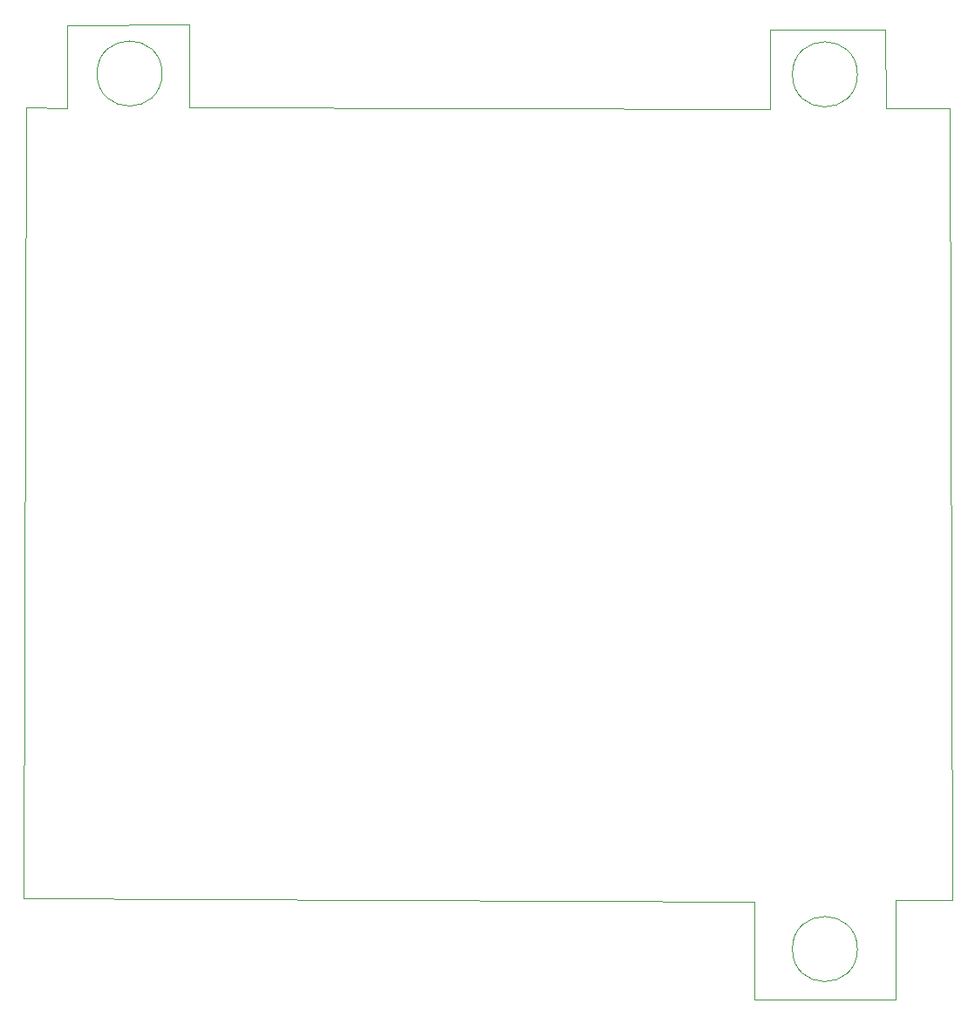
<source format=gbr>
%TF.GenerationSoftware,KiCad,Pcbnew,9.0.4*%
%TF.CreationDate,2025-10-22T08:48:54-05:00*%
%TF.ProjectId,MotorControl,4d6f746f-7243-46f6-9e74-726f6c2e6b69,rev?*%
%TF.SameCoordinates,Original*%
%TF.FileFunction,Profile,NP*%
%FSLAX46Y46*%
G04 Gerber Fmt 4.6, Leading zero omitted, Abs format (unit mm)*
G04 Created by KiCad (PCBNEW 9.0.4) date 2025-10-22 08:48:54*
%MOMM*%
%LPD*%
G01*
G04 APERTURE LIST*
%TA.AperFunction,Profile*%
%ADD10C,0.050000*%
%TD*%
G04 APERTURE END LIST*
D10*
X90800000Y-34213640D02*
G75*
G02*
X84488614Y-34213640I-3155693J0D01*
G01*
X84488614Y-34213640D02*
G75*
G02*
X90800000Y-34213640I3155693J0D01*
G01*
X158305693Y-119126000D02*
G75*
G02*
X151994307Y-119126000I-3155693J0D01*
G01*
X151994307Y-119126000D02*
G75*
G02*
X158305693Y-119126000I3155693J0D01*
G01*
X158305693Y-34290000D02*
G75*
G02*
X151994307Y-34290000I-3155693J0D01*
G01*
X151994307Y-34290000D02*
G75*
G02*
X158305693Y-34290000I3155693J0D01*
G01*
X93406620Y-37455222D02*
X149800000Y-37641405D01*
X149800000Y-30000000D01*
X160994060Y-30000000D01*
X161069075Y-37575696D01*
X167285946Y-37577669D01*
X167480700Y-114354000D01*
X162020000Y-114354000D01*
X162020000Y-124006000D01*
X148276000Y-124000000D01*
X148276000Y-114541624D01*
X77346984Y-114203995D01*
X77602496Y-37495503D01*
X81600000Y-37611619D01*
X81600000Y-29550000D01*
X93399655Y-29492768D01*
X93406620Y-37455222D01*
M02*

</source>
